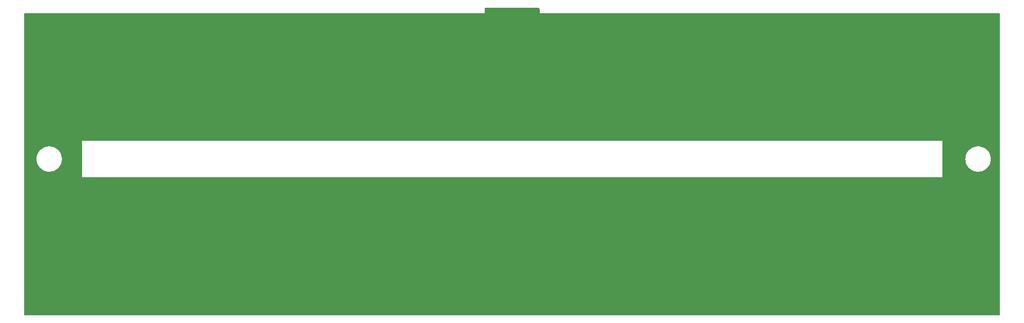
<source format=gbs>
G04 #@! TF.GenerationSoftware,KiCad,Pcbnew,(5.1.7)-1*
G04 #@! TF.CreationDate,2022-10-22T23:27:14+02:00*
G04 #@! TF.ProjectId,Skala,536b616c-612e-46b6-9963-61645f706362,rev?*
G04 #@! TF.SameCoordinates,Original*
G04 #@! TF.FileFunction,Soldermask,Bot*
G04 #@! TF.FilePolarity,Negative*
%FSLAX46Y46*%
G04 Gerber Fmt 4.6, Leading zero omitted, Abs format (unit mm)*
G04 Created by KiCad (PCBNEW (5.1.7)-1) date 2022-10-22 23:27:14*
%MOMM*%
%LPD*%
G01*
G04 APERTURE LIST*
G04 #@! TA.AperFunction,Profile*
%ADD10C,0.150000*%
G04 #@! TD*
%ADD11C,0.254000*%
%ADD12C,0.100000*%
G04 APERTURE END LIST*
D10*
X125000000Y-29000000D02*
X115000000Y-29000000D01*
X125000000Y-30000000D02*
X125000000Y-29000000D01*
X115000000Y-30000000D02*
X115000000Y-29000000D01*
X125000000Y-30000000D02*
X210500000Y-30000000D01*
X209000000Y-57000000D02*
G75*
G03*
X209000000Y-57000000I-2500000J0D01*
G01*
X36500000Y-57000000D02*
G75*
G03*
X36500000Y-57000000I-2500000J0D01*
G01*
X40000000Y-53500000D02*
X40000000Y-60500000D01*
X200000000Y-60500000D02*
X40000000Y-60500000D01*
X200000000Y-53500000D02*
X200000000Y-60500000D01*
X40000000Y-53500000D02*
X200000000Y-53500000D01*
X29500000Y-86000000D02*
X29500000Y-30000000D01*
X210500000Y-86000000D02*
X29500000Y-86000000D01*
X210500000Y-30000000D02*
X210500000Y-86000000D01*
X29500000Y-30000000D02*
X115000000Y-30000000D01*
D11*
X125000000Y-30000000D02*
X210373000Y-30000000D01*
X210373000Y-85873000D01*
X29627000Y-85873000D01*
X29627000Y-57000000D01*
X31500000Y-57000000D01*
X31519713Y-57313333D01*
X31578542Y-57621725D01*
X31675559Y-57920311D01*
X31809233Y-58204384D01*
X31977458Y-58469463D01*
X32177578Y-58711368D01*
X32406440Y-58926283D01*
X32660433Y-59110820D01*
X32935552Y-59262068D01*
X33227458Y-59377641D01*
X33531547Y-59455718D01*
X33843024Y-59495067D01*
X34156976Y-59495067D01*
X34468453Y-59455718D01*
X34772542Y-59377641D01*
X35064448Y-59262068D01*
X35339567Y-59110820D01*
X35593560Y-58926283D01*
X35822422Y-58711368D01*
X36022542Y-58469463D01*
X36190767Y-58204384D01*
X36324441Y-57920311D01*
X36421458Y-57621725D01*
X36480287Y-57313333D01*
X36500000Y-57000000D01*
X36480287Y-56686667D01*
X36421458Y-56378275D01*
X36324441Y-56079689D01*
X36190767Y-55795616D01*
X36022542Y-55530537D01*
X35822422Y-55288632D01*
X35593560Y-55073717D01*
X35339567Y-54889180D01*
X35064448Y-54737932D01*
X34772542Y-54622359D01*
X34468453Y-54544282D01*
X34156976Y-54504933D01*
X33843024Y-54504933D01*
X33531547Y-54544282D01*
X33227458Y-54622359D01*
X32935552Y-54737932D01*
X32660433Y-54889180D01*
X32406440Y-55073717D01*
X32177578Y-55288632D01*
X31977458Y-55530537D01*
X31809233Y-55795616D01*
X31675559Y-56079689D01*
X31578542Y-56378275D01*
X31519713Y-56686667D01*
X31500000Y-57000000D01*
X29627000Y-57000000D01*
X29627000Y-53500000D01*
X40000000Y-53500000D01*
X40000000Y-60500000D01*
X200000000Y-60500000D01*
X200000000Y-57000000D01*
X204000000Y-57000000D01*
X204019713Y-57313333D01*
X204078542Y-57621725D01*
X204175559Y-57920311D01*
X204309233Y-58204384D01*
X204477458Y-58469463D01*
X204677578Y-58711368D01*
X204906440Y-58926283D01*
X205160433Y-59110820D01*
X205435552Y-59262068D01*
X205727458Y-59377641D01*
X206031547Y-59455718D01*
X206343024Y-59495067D01*
X206656976Y-59495067D01*
X206968453Y-59455718D01*
X207272542Y-59377641D01*
X207564448Y-59262068D01*
X207839567Y-59110820D01*
X208093560Y-58926283D01*
X208322422Y-58711368D01*
X208522542Y-58469463D01*
X208690767Y-58204384D01*
X208824441Y-57920311D01*
X208921458Y-57621725D01*
X208980287Y-57313333D01*
X209000000Y-57000000D01*
X208980287Y-56686667D01*
X208921458Y-56378275D01*
X208824441Y-56079689D01*
X208690767Y-55795616D01*
X208522542Y-55530537D01*
X208322422Y-55288632D01*
X208093560Y-55073717D01*
X207839567Y-54889180D01*
X207564448Y-54737932D01*
X207272542Y-54622359D01*
X206968453Y-54544282D01*
X206656976Y-54504933D01*
X206343024Y-54504933D01*
X206031547Y-54544282D01*
X205727458Y-54622359D01*
X205435552Y-54737932D01*
X205160433Y-54889180D01*
X204906440Y-55073717D01*
X204677578Y-55288632D01*
X204477458Y-55530537D01*
X204309233Y-55795616D01*
X204175559Y-56079689D01*
X204078542Y-56378275D01*
X204019713Y-56686667D01*
X204000000Y-57000000D01*
X200000000Y-57000000D01*
X200000000Y-53500000D01*
X40000000Y-53500000D01*
X29627000Y-53500000D01*
X29627000Y-30000000D01*
X115000000Y-30000000D01*
X115000000Y-29127000D01*
X125000000Y-29127000D01*
X125000000Y-30000000D01*
D12*
G36*
X125000000Y-30000000D02*
G01*
X210373000Y-30000000D01*
X210373000Y-85873000D01*
X29627000Y-85873000D01*
X29627000Y-57000000D01*
X31500000Y-57000000D01*
X31519713Y-57313333D01*
X31578542Y-57621725D01*
X31675559Y-57920311D01*
X31809233Y-58204384D01*
X31977458Y-58469463D01*
X32177578Y-58711368D01*
X32406440Y-58926283D01*
X32660433Y-59110820D01*
X32935552Y-59262068D01*
X33227458Y-59377641D01*
X33531547Y-59455718D01*
X33843024Y-59495067D01*
X34156976Y-59495067D01*
X34468453Y-59455718D01*
X34772542Y-59377641D01*
X35064448Y-59262068D01*
X35339567Y-59110820D01*
X35593560Y-58926283D01*
X35822422Y-58711368D01*
X36022542Y-58469463D01*
X36190767Y-58204384D01*
X36324441Y-57920311D01*
X36421458Y-57621725D01*
X36480287Y-57313333D01*
X36500000Y-57000000D01*
X36480287Y-56686667D01*
X36421458Y-56378275D01*
X36324441Y-56079689D01*
X36190767Y-55795616D01*
X36022542Y-55530537D01*
X35822422Y-55288632D01*
X35593560Y-55073717D01*
X35339567Y-54889180D01*
X35064448Y-54737932D01*
X34772542Y-54622359D01*
X34468453Y-54544282D01*
X34156976Y-54504933D01*
X33843024Y-54504933D01*
X33531547Y-54544282D01*
X33227458Y-54622359D01*
X32935552Y-54737932D01*
X32660433Y-54889180D01*
X32406440Y-55073717D01*
X32177578Y-55288632D01*
X31977458Y-55530537D01*
X31809233Y-55795616D01*
X31675559Y-56079689D01*
X31578542Y-56378275D01*
X31519713Y-56686667D01*
X31500000Y-57000000D01*
X29627000Y-57000000D01*
X29627000Y-53500000D01*
X40000000Y-53500000D01*
X40000000Y-60500000D01*
X200000000Y-60500000D01*
X200000000Y-57000000D01*
X204000000Y-57000000D01*
X204019713Y-57313333D01*
X204078542Y-57621725D01*
X204175559Y-57920311D01*
X204309233Y-58204384D01*
X204477458Y-58469463D01*
X204677578Y-58711368D01*
X204906440Y-58926283D01*
X205160433Y-59110820D01*
X205435552Y-59262068D01*
X205727458Y-59377641D01*
X206031547Y-59455718D01*
X206343024Y-59495067D01*
X206656976Y-59495067D01*
X206968453Y-59455718D01*
X207272542Y-59377641D01*
X207564448Y-59262068D01*
X207839567Y-59110820D01*
X208093560Y-58926283D01*
X208322422Y-58711368D01*
X208522542Y-58469463D01*
X208690767Y-58204384D01*
X208824441Y-57920311D01*
X208921458Y-57621725D01*
X208980287Y-57313333D01*
X209000000Y-57000000D01*
X208980287Y-56686667D01*
X208921458Y-56378275D01*
X208824441Y-56079689D01*
X208690767Y-55795616D01*
X208522542Y-55530537D01*
X208322422Y-55288632D01*
X208093560Y-55073717D01*
X207839567Y-54889180D01*
X207564448Y-54737932D01*
X207272542Y-54622359D01*
X206968453Y-54544282D01*
X206656976Y-54504933D01*
X206343024Y-54504933D01*
X206031547Y-54544282D01*
X205727458Y-54622359D01*
X205435552Y-54737932D01*
X205160433Y-54889180D01*
X204906440Y-55073717D01*
X204677578Y-55288632D01*
X204477458Y-55530537D01*
X204309233Y-55795616D01*
X204175559Y-56079689D01*
X204078542Y-56378275D01*
X204019713Y-56686667D01*
X204000000Y-57000000D01*
X200000000Y-57000000D01*
X200000000Y-53500000D01*
X40000000Y-53500000D01*
X29627000Y-53500000D01*
X29627000Y-30000000D01*
X115000000Y-30000000D01*
X115000000Y-29127000D01*
X125000000Y-29127000D01*
X125000000Y-30000000D01*
G37*
M02*

</source>
